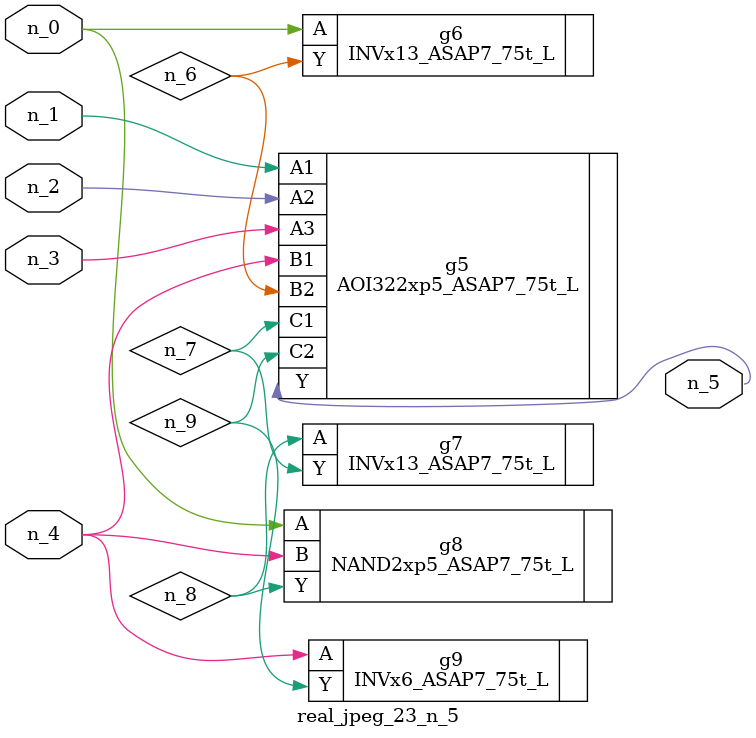
<source format=v>
module real_jpeg_23_n_5 (n_4, n_0, n_1, n_2, n_3, n_5);

input n_4;
input n_0;
input n_1;
input n_2;
input n_3;

output n_5;

wire n_8;
wire n_6;
wire n_7;
wire n_9;

INVx13_ASAP7_75t_L g6 ( 
.A(n_0),
.Y(n_6)
);

NAND2xp5_ASAP7_75t_L g8 ( 
.A(n_0),
.B(n_4),
.Y(n_8)
);

AOI322xp5_ASAP7_75t_L g5 ( 
.A1(n_1),
.A2(n_2),
.A3(n_3),
.B1(n_4),
.B2(n_6),
.C1(n_7),
.C2(n_9),
.Y(n_5)
);

INVx6_ASAP7_75t_L g9 ( 
.A(n_4),
.Y(n_9)
);

INVx13_ASAP7_75t_L g7 ( 
.A(n_8),
.Y(n_7)
);


endmodule
</source>
